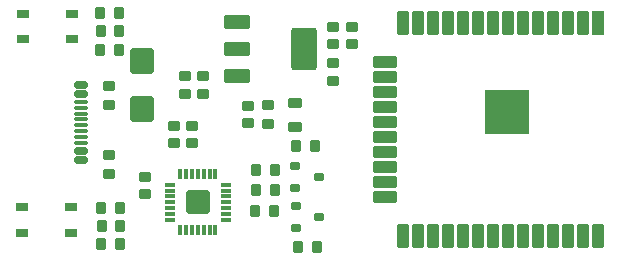
<source format=gtp>
G04*
G04 #@! TF.GenerationSoftware,Altium Limited,Altium Designer,25.4.2 (15)*
G04*
G04 Layer_Color=8421504*
%FSTAX25Y25*%
%MOIN*%
G70*
G04*
G04 #@! TF.SameCoordinates,9F79833E-919C-48C8-8BE8-C58A611C57C3*
G04*
G04*
G04 #@! TF.FilePolarity,Positive*
G04*
G01*
G75*
G04:AMPARAMS|DCode=15|XSize=31.5mil|YSize=39.37mil|CornerRadius=3.94mil|HoleSize=0mil|Usage=FLASHONLY|Rotation=0.000|XOffset=0mil|YOffset=0mil|HoleType=Round|Shape=RoundedRectangle|*
%AMROUNDEDRECTD15*
21,1,0.03150,0.03150,0,0,0.0*
21,1,0.02362,0.03937,0,0,0.0*
1,1,0.00787,0.01181,-0.01575*
1,1,0.00787,-0.01181,-0.01575*
1,1,0.00787,-0.01181,0.01575*
1,1,0.00787,0.01181,0.01575*
%
%ADD15ROUNDEDRECTD15*%
G04:AMPARAMS|DCode=16|XSize=31.5mil|YSize=39.37mil|CornerRadius=3.94mil|HoleSize=0mil|Usage=FLASHONLY|Rotation=90.000|XOffset=0mil|YOffset=0mil|HoleType=Round|Shape=RoundedRectangle|*
%AMROUNDEDRECTD16*
21,1,0.03150,0.03150,0,0,90.0*
21,1,0.02362,0.03937,0,0,90.0*
1,1,0.00787,0.01575,0.01181*
1,1,0.00787,0.01575,-0.01181*
1,1,0.00787,-0.01575,-0.01181*
1,1,0.00787,-0.01575,0.01181*
%
%ADD16ROUNDEDRECTD16*%
G04:AMPARAMS|DCode=17|XSize=78.74mil|YSize=86.61mil|CornerRadius=9.84mil|HoleSize=0mil|Usage=FLASHONLY|Rotation=0.000|XOffset=0mil|YOffset=0mil|HoleType=Round|Shape=RoundedRectangle|*
%AMROUNDEDRECTD17*
21,1,0.07874,0.06693,0,0,0.0*
21,1,0.05906,0.08661,0,0,0.0*
1,1,0.01968,0.02953,-0.03347*
1,1,0.01968,-0.02953,-0.03347*
1,1,0.01968,-0.02953,0.03347*
1,1,0.01968,0.02953,0.03347*
%
%ADD17ROUNDEDRECTD17*%
G04:AMPARAMS|DCode=18|XSize=11.81mil|YSize=33.47mil|CornerRadius=1.48mil|HoleSize=0mil|Usage=FLASHONLY|Rotation=0.000|XOffset=0mil|YOffset=0mil|HoleType=Round|Shape=RoundedRectangle|*
%AMROUNDEDRECTD18*
21,1,0.01181,0.03051,0,0,0.0*
21,1,0.00886,0.03347,0,0,0.0*
1,1,0.00295,0.00443,-0.01526*
1,1,0.00295,-0.00443,-0.01526*
1,1,0.00295,-0.00443,0.01526*
1,1,0.00295,0.00443,0.01526*
%
%ADD18ROUNDEDRECTD18*%
G04:AMPARAMS|DCode=19|XSize=11.81mil|YSize=33.47mil|CornerRadius=1.48mil|HoleSize=0mil|Usage=FLASHONLY|Rotation=270.000|XOffset=0mil|YOffset=0mil|HoleType=Round|Shape=RoundedRectangle|*
%AMROUNDEDRECTD19*
21,1,0.01181,0.03051,0,0,270.0*
21,1,0.00886,0.03347,0,0,270.0*
1,1,0.00295,-0.01526,-0.00443*
1,1,0.00295,-0.01526,0.00443*
1,1,0.00295,0.01526,0.00443*
1,1,0.00295,0.01526,-0.00443*
%
%ADD19ROUNDEDRECTD19*%
G04:AMPARAMS|DCode=20|XSize=78.74mil|YSize=78.74mil|CornerRadius=9.84mil|HoleSize=0mil|Usage=FLASHONLY|Rotation=270.000|XOffset=0mil|YOffset=0mil|HoleType=Round|Shape=RoundedRectangle|*
%AMROUNDEDRECTD20*
21,1,0.07874,0.05906,0,0,270.0*
21,1,0.05906,0.07874,0,0,270.0*
1,1,0.01968,-0.02953,-0.02953*
1,1,0.01968,-0.02953,0.02953*
1,1,0.01968,0.02953,0.02953*
1,1,0.01968,0.02953,-0.02953*
%
%ADD20ROUNDEDRECTD20*%
G04:AMPARAMS|DCode=21|XSize=31.5mil|YSize=49.21mil|CornerRadius=3.94mil|HoleSize=0mil|Usage=FLASHONLY|Rotation=90.000|XOffset=0mil|YOffset=0mil|HoleType=Round|Shape=RoundedRectangle|*
%AMROUNDEDRECTD21*
21,1,0.03150,0.04134,0,0,90.0*
21,1,0.02362,0.04921,0,0,90.0*
1,1,0.00787,0.02067,0.01181*
1,1,0.00787,0.02067,-0.01181*
1,1,0.00787,-0.02067,-0.01181*
1,1,0.00787,-0.02067,0.01181*
%
%ADD21ROUNDEDRECTD21*%
G04:AMPARAMS|DCode=22|XSize=23.62mil|YSize=31.5mil|CornerRadius=2.95mil|HoleSize=0mil|Usage=FLASHONLY|Rotation=90.000|XOffset=0mil|YOffset=0mil|HoleType=Round|Shape=RoundedRectangle|*
%AMROUNDEDRECTD22*
21,1,0.02362,0.02559,0,0,90.0*
21,1,0.01772,0.03150,0,0,90.0*
1,1,0.00591,0.01280,0.00886*
1,1,0.00591,0.01280,-0.00886*
1,1,0.00591,-0.01280,-0.00886*
1,1,0.00591,-0.01280,0.00886*
%
%ADD22ROUNDEDRECTD22*%
G04:AMPARAMS|DCode=23|XSize=141.73mil|YSize=86.61mil|CornerRadius=10.83mil|HoleSize=0mil|Usage=FLASHONLY|Rotation=90.000|XOffset=0mil|YOffset=0mil|HoleType=Round|Shape=RoundedRectangle|*
%AMROUNDEDRECTD23*
21,1,0.14173,0.06496,0,0,90.0*
21,1,0.12008,0.08661,0,0,90.0*
1,1,0.02165,0.03248,0.06004*
1,1,0.02165,0.03248,-0.06004*
1,1,0.02165,-0.03248,-0.06004*
1,1,0.02165,-0.03248,0.06004*
%
%ADD23ROUNDEDRECTD23*%
G04:AMPARAMS|DCode=24|XSize=47.24mil|YSize=86.61mil|CornerRadius=5.91mil|HoleSize=0mil|Usage=FLASHONLY|Rotation=90.000|XOffset=0mil|YOffset=0mil|HoleType=Round|Shape=RoundedRectangle|*
%AMROUNDEDRECTD24*
21,1,0.04724,0.07480,0,0,90.0*
21,1,0.03543,0.08661,0,0,90.0*
1,1,0.01181,0.03740,0.01772*
1,1,0.01181,0.03740,-0.01772*
1,1,0.01181,-0.03740,-0.01772*
1,1,0.01181,-0.03740,0.01772*
%
%ADD24ROUNDEDRECTD24*%
%ADD25R,0.14567X0.14567*%
G04:AMPARAMS|DCode=26|XSize=78.74mil|YSize=39.37mil|CornerRadius=4.92mil|HoleSize=0mil|Usage=FLASHONLY|Rotation=270.000|XOffset=0mil|YOffset=0mil|HoleType=Round|Shape=RoundedRectangle|*
%AMROUNDEDRECTD26*
21,1,0.07874,0.02953,0,0,270.0*
21,1,0.06890,0.03937,0,0,270.0*
1,1,0.00984,-0.01476,-0.03445*
1,1,0.00984,-0.01476,0.03445*
1,1,0.00984,0.01476,0.03445*
1,1,0.00984,0.01476,-0.03445*
%
%ADD26ROUNDEDRECTD26*%
%ADD27R,0.03937X0.07874*%
G04:AMPARAMS|DCode=28|XSize=39.37mil|YSize=78.74mil|CornerRadius=4.92mil|HoleSize=0mil|Usage=FLASHONLY|Rotation=270.000|XOffset=0mil|YOffset=0mil|HoleType=Round|Shape=RoundedRectangle|*
%AMROUNDEDRECTD28*
21,1,0.03937,0.06890,0,0,270.0*
21,1,0.02953,0.07874,0,0,270.0*
1,1,0.00984,-0.03445,-0.01476*
1,1,0.00984,-0.03445,0.01476*
1,1,0.00984,0.03445,0.01476*
1,1,0.00984,0.03445,-0.01476*
%
%ADD28ROUNDEDRECTD28*%
G04:AMPARAMS|DCode=29|XSize=23.62mil|YSize=47.24mil|CornerRadius=5.91mil|HoleSize=0mil|Usage=FLASHONLY|Rotation=270.000|XOffset=0mil|YOffset=0mil|HoleType=Round|Shape=RoundedRectangle|*
%AMROUNDEDRECTD29*
21,1,0.02362,0.03543,0,0,270.0*
21,1,0.01181,0.04724,0,0,270.0*
1,1,0.01181,-0.01772,-0.00591*
1,1,0.01181,-0.01772,0.00591*
1,1,0.01181,0.01772,0.00591*
1,1,0.01181,0.01772,-0.00591*
%
%ADD29ROUNDEDRECTD29*%
G04:AMPARAMS|DCode=30|XSize=11.81mil|YSize=47.24mil|CornerRadius=2.95mil|HoleSize=0mil|Usage=FLASHONLY|Rotation=270.000|XOffset=0mil|YOffset=0mil|HoleType=Round|Shape=RoundedRectangle|*
%AMROUNDEDRECTD30*
21,1,0.01181,0.04134,0,0,270.0*
21,1,0.00591,0.04724,0,0,270.0*
1,1,0.00591,-0.02067,-0.00295*
1,1,0.00591,-0.02067,0.00295*
1,1,0.00591,0.02067,0.00295*
1,1,0.00591,0.02067,-0.00295*
%
%ADD30ROUNDEDRECTD30*%
G04:AMPARAMS|DCode=31|XSize=41.34mil|YSize=25.59mil|CornerRadius=3.2mil|HoleSize=0mil|Usage=FLASHONLY|Rotation=0.000|XOffset=0mil|YOffset=0mil|HoleType=Round|Shape=RoundedRectangle|*
%AMROUNDEDRECTD31*
21,1,0.04134,0.01919,0,0,0.0*
21,1,0.03494,0.02559,0,0,0.0*
1,1,0.00640,0.01747,-0.00960*
1,1,0.00640,-0.01747,-0.00960*
1,1,0.00640,-0.01747,0.00960*
1,1,0.00640,0.01747,0.00960*
%
%ADD31ROUNDEDRECTD31*%
D15*
X-012705Y-0065D02*
D03*
X-013335D02*
D03*
X-018485Y-00775D02*
D03*
X-017855D02*
D03*
Y-00895D02*
D03*
X-018485D02*
D03*
X-0184653Y-00835D02*
D03*
X-0178747D02*
D03*
X-011935Y-00905D02*
D03*
X-011305D02*
D03*
X-011355Y-0057D02*
D03*
X-011985D02*
D03*
X-01272Y-00785D02*
D03*
X-0133499D02*
D03*
X-012705Y-00715D02*
D03*
X-013335D02*
D03*
X-018515Y-00248D02*
D03*
X-017885D02*
D03*
X-0184953Y-00185D02*
D03*
X-0179047D02*
D03*
X-017885Y-00125D02*
D03*
X-018515D02*
D03*
D16*
X-01361Y-0043447D02*
D03*
Y-0049353D02*
D03*
X-01077Y-0022953D02*
D03*
Y-0017047D02*
D03*
X-01508Y-0033547D02*
D03*
Y-0039453D02*
D03*
X-01568Y-0033547D02*
D03*
Y-0039453D02*
D03*
X-01822Y-004315D02*
D03*
Y-003685D02*
D03*
Y-005985D02*
D03*
Y-006615D02*
D03*
X-01702Y-0067094D02*
D03*
Y-0073D02*
D03*
X-01076Y-00293D02*
D03*
Y-0035206D02*
D03*
X-01607Y-0055953D02*
D03*
Y-0050047D02*
D03*
X-01547Y-0055953D02*
D03*
Y-0050047D02*
D03*
X-01292Y-004965D02*
D03*
Y-004335D02*
D03*
X-01013Y-0023D02*
D03*
Y-0017095D02*
D03*
D17*
X-01712Y-0044374D02*
D03*
Y-0028626D02*
D03*
D18*
X-0146794Y-0066299D02*
D03*
X-0148763D02*
D03*
X-0150732D02*
D03*
X-01527D02*
D03*
X-0154668D02*
D03*
X-0156637D02*
D03*
X-0158606D02*
D03*
Y-0085D02*
D03*
X-0156637D02*
D03*
X-0154668D02*
D03*
X-01527D02*
D03*
X-0150732D02*
D03*
X-0148763D02*
D03*
X-0146794D02*
D03*
D19*
X-016205Y-0069744D02*
D03*
Y-0071713D02*
D03*
Y-0073681D02*
D03*
Y-007565D02*
D03*
Y-0077618D02*
D03*
Y-0079587D02*
D03*
Y-0081555D02*
D03*
X-014335D02*
D03*
Y-0079587D02*
D03*
Y-0077618D02*
D03*
Y-007565D02*
D03*
Y-0073681D02*
D03*
Y-0071713D02*
D03*
Y-0069744D02*
D03*
D20*
X-01527Y-007565D02*
D03*
D21*
X-01202Y-00505D02*
D03*
Y-00425D02*
D03*
D22*
X-0112326Y-006726D02*
D03*
X-01202Y-006352D02*
D03*
Y-0071D02*
D03*
X-01122Y-00805D02*
D03*
X-0120074Y-007676D02*
D03*
Y-008424D02*
D03*
D23*
X-0117259Y-0024445D02*
D03*
D24*
X-01397Y-00335D02*
D03*
Y-0024445D02*
D03*
Y-001539D02*
D03*
D25*
X-00497Y-00455D02*
D03*
D26*
X-0019385Y-0086839D02*
D03*
X-0024385D02*
D03*
X-0029385D02*
D03*
X-0034385D02*
D03*
X-0039385D02*
D03*
X-0044385D02*
D03*
X-0049385D02*
D03*
X-0054385D02*
D03*
X-0059385D02*
D03*
X-0064385D02*
D03*
X-0069385D02*
D03*
X-0074385D02*
D03*
X-0079385D02*
D03*
X-0084385D02*
D03*
Y-0015972D02*
D03*
X-0079385D02*
D03*
X-0074385D02*
D03*
X-0069385D02*
D03*
X-0064385D02*
D03*
X-0059385D02*
D03*
X-0054385D02*
D03*
X-0049385D02*
D03*
X-0044385D02*
D03*
X-0039385D02*
D03*
X-0034385D02*
D03*
X-0029385D02*
D03*
X-0024385D02*
D03*
D27*
X-0019385D02*
D03*
D28*
X-0090212Y-0048906D02*
D03*
Y-0053905D02*
D03*
Y-0058906D02*
D03*
Y-0063906D02*
D03*
Y-0068906D02*
D03*
Y-0073905D02*
D03*
Y-0028905D02*
D03*
Y-0033906D02*
D03*
Y-0038906D02*
D03*
Y-0043905D02*
D03*
D29*
X-0191507Y-0061598D02*
D03*
Y-0058449D02*
D03*
Y-0039551D02*
D03*
Y-0036402D02*
D03*
D30*
Y-004211D02*
D03*
Y-005589D02*
D03*
Y-0044079D02*
D03*
Y-0053921D02*
D03*
Y-0046047D02*
D03*
Y-0051953D02*
D03*
Y-0048016D02*
D03*
Y-0049984D02*
D03*
D31*
X-0195031Y-0085732D02*
D03*
X-0211369D02*
D03*
X-0195031Y-0077268D02*
D03*
X-0211369D02*
D03*
X-0210869Y-0012768D02*
D03*
X-0194531D02*
D03*
X-0210869Y-0021232D02*
D03*
X-0194531D02*
D03*
M02*

</source>
